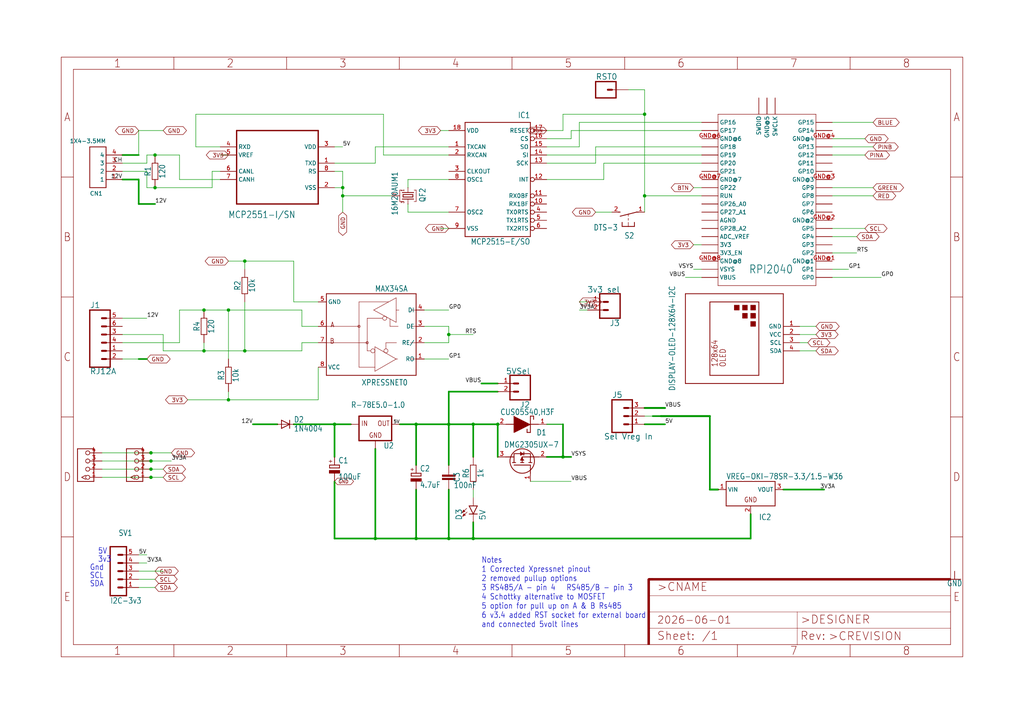
<source format=kicad_sch>
(kicad_sch (version 20230121) (generator eeschema)
  (paper "User" 318.77 224.79)
  (lib_symbols
    (symbol "PicoCanSmd31-eagle-import:16M20AUM1"
      (property "Reference" "QF" (at 2.54 1.016 0))
      (symbol "16M20AUM1_1_0"
        (text "1" (at -2.159 -1.143 0) (effects (font (size 0.8636 0.734)) (justify left bottom)))
        (text "2" (at -1.016 -3.683 0) (effects (font (size 0.8636 0.734)) (justify left bottom)))
        (text "3" (at 1.524 -1.143 0) (effects (font (size 0.8636 0.734)) (justify left bottom)))
        (pin passive line (at -2.54 0 0) (length 0) (name "1") (number "1"))
        (pin passive line (at 0 -5.08 90) (length 2.54) (name "2") (number "2"))
        (pin passive line (at 2.54 0 270) (length 0) (name "3") (number "3"))
      )
    )
    (symbol "PicoCanSmd31-eagle-import:1N4004"
      (property "Reference" "D" (at 2.54 0.4826 0))
      (symbol "1N4004_1_0"
        (pin passive line (at -2.54 0 0) (length 2.54) (name "A") (number "A"))
        (pin passive line (at 2.54 0 180) (length 2.54) (name "C") (number "C"))
      )
    )
    (symbol "PicoCanSmd31-eagle-import:1X4-3.5MM"
      (property "Reference" "CN" (at 5.08 7.62 0))
      (symbol "1X4-3.5MM_1_0"
        (pin bidirectional line (at -5.08 2.54 0) (length 5.08) (name "1") (number "1"))
        (pin bidirectional line (at -5.08 0 0) (length 5.08) (name "2") (number "2"))
        (pin bidirectional line (at -5.08 -2.54 0) (length 5.08) (name "3") (number "3"))
        (pin bidirectional line (at -5.08 -5.08 0) (length 5.08) (name "4") (number "4"))
      )
    )
    (symbol "PicoCanSmd31-eagle-import:C-EU025-024X044"
      (property "Reference" "C" (at 1.524 0.381 0))
      (symbol "C-EU025-024X044_1_0"
        (pin passive line (at 0 2.54 270) (length 2.54) (name "1") (number "1"))
        (pin passive line (at 0 -5.08 90) (length 2.54) (name "2") (number "2"))
      )
    )
    (symbol "PicoCanSmd31-eagle-import:CONN_01"
      (property "Reference" "J" (at -2.54 3.048 0))
      (symbol "CONN_01_1_0"
        (pin passive line (at 7.62 0 180) (length 5.08) (name "1") (number "1"))
      )
    )
    (symbol "PicoCanSmd31-eagle-import:CONN_02"
      (property "Reference" "J" (at -2.54 5.588 0))
      (symbol "CONN_02_1_0"
        (pin passive line (at 7.62 0 180) (length 5.08) (name "1") (number "1"))
        (pin passive line (at 7.62 2.54 180) (length 5.08) (name "2") (number "2"))
      )
    )
    (symbol "PicoCanSmd31-eagle-import:CONN_03"
      (property "Reference" "J" (at -2.54 5.588 0))
      (symbol "CONN_03_1_0"
        (pin passive line (at 7.62 -2.54 180) (length 5.08) (name "1") (number "1"))
        (pin passive line (at 7.62 0 180) (length 5.08) (name "2") (number "2"))
        (pin passive line (at 7.62 2.54 180) (length 5.08) (name "3") (number "3"))
      )
    )
    (symbol "PicoCanSmd31-eagle-import:CPOL-EUE5-8.5"
      (property "Reference" "C" (at 1.143 0.4826 0))
      (symbol "CPOL-EUE5-8.5_1_0"
        (text "+" (at -0.5842 0.4064 900) (effects (font (size 1.27 1.0795)) (justify left bottom)))
        (pin passive line (at 0 2.54 270) (length 2.54) (name "+") (number "+"))
        (pin passive line (at 0 -5.08 90) (length 2.54) (name "-") (number "-"))
      )
    )
    (symbol "PicoCanSmd31-eagle-import:CUS05S40,H3F"
      (property "Reference" "D" (at 12.7 8.89 0))
      (symbol "CUS05S40,H3F_1_0"
        (pin bidirectional line (at 2.54 0 0) (length 2.54) (name "K") (number "1"))
        (pin bidirectional line (at 17.78 0 180) (length 2.54) (name "A") (number "2"))
      )
    )
    (symbol "PicoCanSmd31-eagle-import:DISPLAY-OLED-128X64-I2C"
      (symbol "DISPLAY-OLED-128X64-I2C_1_0"
        (text "128x64" (at 7.62 -5.08 0) (effects (font (size 1.778 1.5113)) (justify right bottom)))
        (text "OLED" (at 7.62 -2.54 0) (effects (font (size 1.778 1.5113)) (justify right bottom)))
        (pin power_in line (at -5.08 20.32 270) (length 5.08) (name "GND") (number "1"))
        (pin power_in line (at -2.54 20.32 270) (length 5.08) (name "VCC") (number "2"))
        (pin bidirectional line (at 0 20.32 270) (length 5.08) (name "SCL") (number "3"))
        (pin bidirectional line (at 2.54 20.32 270) (length 5.08) (name "SDA") (number "4"))
      )
    )
    (symbol "PicoCanSmd31-eagle-import:DMG2305UX-7"
      (property "Reference" "Q" (at 11.43 3.81 0))
      (symbol "DMG2305UX-7_1_0"
        (pin bidirectional line (at 0 0 0) (length 2.54) (name "G") (number "1"))
        (pin bidirectional line (at 7.62 -5.08 90) (length 2.54) (name "S") (number "2"))
        (pin bidirectional line (at 7.62 10.16 270) (length 2.54) (name "D") (number "3"))
      )
    )
    (symbol "PicoCanSmd31-eagle-import:DTS-3"
      (property "Reference" "S" (at -6.35 -1.905 90))
      (symbol "DTS-3_1_0"
        (pin passive line (at 0 -5.08 90) (length 2.54) (name "1") (number "1"))
        (pin passive line (at 0 5.08 270) (length 2.54) (name "2") (number "2"))
      )
    )
    (symbol "PicoCanSmd31-eagle-import:FRAME-A4L"
      (symbol "FRAME-A4L_1_0"
        (text "${#}/${##}" (at 195.58 1.27 0) (effects (font (size 2.54 2.54)) (justify left bottom)))
        (text "${CURRENT_DATE}" (at 181.61 6.35 0) (effects (font (size 2.286 2.286)) (justify left bottom)))
        (text "${PROJECTNAME}" (at 181.61 11.43 0) (effects (font (size 2.54 2.54)) (justify left bottom)))
        (text "1" (at 13.7319 -1.905 0) (effects (font (size 2.54 2.286))))
        (text "1" (at 13.7319 180.975 0) (effects (font (size 2.54 2.286))))
        (text "2" (at 48.8156 -1.905 0) (effects (font (size 2.54 2.286))))
        (text "2" (at 48.8156 180.975 0) (effects (font (size 2.54 2.286))))
        (text "3" (at 83.8994 -1.905 0) (effects (font (size 2.54 2.286))))
        (text "3" (at 83.8994 180.975 0) (effects (font (size 2.54 2.286))))
        (text "4" (at 118.9831 -1.905 0) (effects (font (size 2.54 2.286))))
        (text "4" (at 118.9831 180.975 0) (effects (font (size 2.54 2.286))))
        (text "5" (at 154.0669 -1.905 0) (effects (font (size 2.54 2.286))))
        (text "5" (at 154.0669 180.975 0) (effects (font (size 2.54 2.286))))
        (text "6" (at 189.1506 -1.905 0) (effects (font (size 2.54 2.286))))
        (text "6" (at 189.1506 180.975 0) (effects (font (size 2.54 2.286))))
        (text "7" (at 224.2344 -1.905 0) (effects (font (size 2.54 2.286))))
        (text "7" (at 224.2344 180.975 0) (effects (font (size 2.54 2.286))))
        (text "8" (at 259.3181 -1.905 0) (effects (font (size 2.54 2.286))))
        (text "8" (at 259.3181 180.975 0) (effects (font (size 2.54 2.286))))
        (text ">CNAME" (at 181.61 16.51 0) (effects (font (size 2.54 2.54)) (justify left bottom)))
        (text ">CREVISION" (at 234.92 1.17 0) (effects (font (size 2.54 2.54)) (justify left bottom)))
        (text ">DESIGNER" (at 226.26 6.35 0) (effects (font (size 2.54 2.54)) (justify left bottom)))
        (text "A" (at -1.905 164.211 0) (effects (font (size 2.54 2.286))))
        (text "A" (at 274.955 164.211 0) (effects (font (size 2.54 2.286))))
        (text "B" (at -1.905 126.873 0) (effects (font (size 2.54 2.286))))
        (text "B" (at 274.955 126.873 0) (effects (font (size 2.54 2.286))))
        (text "C" (at -1.905 89.535 0) (effects (font (size 2.54 2.286))))
        (text "C" (at 274.955 89.535 0) (effects (font (size 2.54 2.286))))
        (text "D" (at -1.905 52.197 0) (effects (font (size 2.54 2.286))))
        (text "D" (at 274.955 52.197 0) (effects (font (size 2.54 2.286))))
        (text "E" (at -1.905 14.859 0) (effects (font (size 2.54 2.286))))
        (text "E" (at 274.955 14.859 0) (effects (font (size 2.54 2.286))))
        (text "Rev:" (at 226.16 1.27 0) (effects (font (size 2.54 2.54)) (justify left bottom)))
        (text "Sheet:" (at 181.61 1.27 0) (effects (font (size 2.54 2.54)) (justify left bottom)))
      )
    )
    (symbol "PicoCanSmd31-eagle-import:GND" (power)
      (property "Value" "GND" (at 0 -0.254 0))
      (symbol "GND_1_0"
        (pin power_in line (at 0 2.54 270) (length 2.54) (name "GND") (number "1"))
      )
    )
    (symbol "PicoCanSmd31-eagle-import:GROVE-CONNECTOR-DIP(4P-2.0)"
      (symbol "GROVE-CONNECTOR-DIP(4P-2.0)_1_0"
        (pin bidirectional inverted_clock (at -3.81 3.81 0) (length 5.08) (name "1") (number "1"))
        (pin bidirectional inverted (at -3.81 1.27 0) (length 5.08) (name "2") (number "2"))
        (pin bidirectional inverted (at -3.81 -1.27 0) (length 5.08) (name "3") (number "3"))
        (pin bidirectional inverted (at -3.81 -3.81 0) (length 5.08) (name "4") (number "4"))
      )
    )
    (symbol "PicoCanSmd31-eagle-import:LED3MM"
      (property "Reference" "D" (at -3.429 -4.572 90))
      (symbol "LED3MM_1_0"
        (pin passive line (at 0 2.54 270) (length 2.54) (name "A") (number "A"))
        (pin passive line (at 0 -5.08 90) (length 2.54) (name "C") (number "K"))
      )
    )
    (symbol "PicoCanSmd31-eagle-import:MA05-1"
      (property "Reference" "SV" (at -1.27 8.382 0))
      (symbol "MA05-1_1_0"
        (pin passive line (at 7.62 -5.08 180) (length 5.08) (name "1") (number "1"))
        (pin passive line (at 7.62 -2.54 180) (length 5.08) (name "2") (number "2"))
        (pin passive line (at 7.62 0 180) (length 5.08) (name "3") (number "3"))
        (pin passive line (at 7.62 2.54 180) (length 5.08) (name "4") (number "4"))
        (pin passive line (at 7.62 5.08 180) (length 5.08) (name "5") (number "5"))
      )
    )
    (symbol "PicoCanSmd31-eagle-import:MAX34SA"
      (property "Reference" "IC" (at -7.62 16.51 0))
      (symbol "MAX34SA_1_0"
        (text "A" (at 15.24 0.381 0) (effects (font (size 1.524 1.2954)) (justify left bottom)))
        (text "B" (at 15.24 5.461 0) (effects (font (size 1.524 1.2954)) (justify left bottom)))
        (pin output line (at -12.7 10.16 0) (length 2.54) (name "RO") (number "1"))
        (pin input line (at -12.7 5.08 0) (length 2.54) (name "RE/") (number "2"))
        (pin input line (at -12.7 0 0) (length 2.54) (name "DE") (number "3"))
        (pin input line (at -12.7 -5.08 0) (length 2.54) (name "DI") (number "4"))
        (pin power_in line (at 20.32 -7.62 180) (length 2.54) (name "GND") (number "5"))
        (pin passive line (at 20.32 0 180) (length 2.54) (name "A") (number "6"))
        (pin passive line (at 20.32 5.08 180) (length 2.54) (name "B") (number "7"))
        (pin power_in line (at 20.32 12.7 180) (length 2.54) (name "VCC") (number "8"))
      )
    )
    (symbol "PicoCanSmd31-eagle-import:MCP2515-E/SO"
      (property "Reference" "IC" (at -10.16 19.05 0))
      (symbol "MCP2515-E/SO_1_0"
        (pin output line (at 15.24 10.16 180) (length 5.08) (name "TXCAN") (number "1"))
        (pin output inverted (at -15.24 -7.62 0) (length 5.08) (name "RX1BF") (number "10"))
        (pin output inverted (at -15.24 -5.08 0) (length 5.08) (name "RX0BF") (number "11"))
        (pin output inverted (at -15.24 0 0) (length 5.08) (name "INT") (number "12"))
        (pin input line (at -15.24 5.08 0) (length 5.08) (name "SCK") (number "13"))
        (pin input line (at -15.24 7.62 0) (length 5.08) (name "SI") (number "14"))
        (pin output line (at -15.24 10.16 0) (length 5.08) (name "SO") (number "15"))
        (pin input inverted (at -15.24 12.7 0) (length 5.08) (name "CS") (number "16"))
        (pin input inverted (at -15.24 15.24 0) (length 5.08) (name "RESET") (number "17"))
        (pin power_in line (at 15.24 15.24 180) (length 5.08) (name "VDD") (number "18"))
        (pin input line (at 15.24 7.62 180) (length 5.08) (name "RXCAN") (number "2"))
        (pin output line (at 15.24 2.54 180) (length 5.08) (name "CLKOUT") (number "3"))
        (pin input inverted (at -15.24 -10.16 0) (length 5.08) (name "TX0RTS") (number "4"))
        (pin input inverted (at -15.24 -12.7 0) (length 5.08) (name "TX1RTS") (number "5"))
        (pin input inverted (at -15.24 -15.24 0) (length 5.08) (name "TX2RTS") (number "6"))
        (pin output line (at 15.24 -10.16 180) (length 5.08) (name "OSC2") (number "7"))
        (pin input line (at 15.24 0 180) (length 5.08) (name "OSC1") (number "8"))
        (pin power_in line (at 15.24 -15.24 180) (length 5.08) (name "VSS") (number "9"))
      )
    )
    (symbol "PicoCanSmd31-eagle-import:MCP2551-I/SN"
      (symbol "MCP2551-I/SN_1_0"
        (pin input line (at -17.78 -2.54 0) (length 5.08) (name "TXD") (number "1"))
        (pin passive line (at -17.78 -10.16 0) (length 5.08) (name "VSS") (number "2"))
        (pin power_in line (at -17.78 2.54 0) (length 5.08) (name "VDD") (number "3"))
        (pin output line (at 17.78 2.54 180) (length 5.08) (name "RXD") (number "4"))
        (pin output line (at 17.78 0 180) (length 5.08) (name "VREF") (number "5"))
        (pin bidirectional line (at 17.78 -5.08 180) (length 5.08) (name "CANL") (number "6"))
        (pin bidirectional line (at 17.78 -7.62 180) (length 5.08) (name "CANH") (number "7"))
        (pin input line (at -17.78 -5.08 0) (length 5.08) (name "RS") (number "8"))
      )
    )
    (symbol "PicoCanSmd31-eagle-import:R-78E5.0-1.0"
      (property "Reference" "U" (at 2.54 -7.62 0))
      (symbol "R-78E5.0-1.0_1_0"
        (text "GND" (at -2.032 -4.318 0) (effects (font (size 1.524 1.2954)) (justify left bottom)))
        (text "IN" (at -4.445 -0.635 0) (effects (font (size 1.524 1.2954)) (justify left bottom)))
        (text "OUT" (at 0.635 -0.635 0) (effects (font (size 1.524 1.2954)) (justify left bottom)))
        (pin input line (at 0 -7.62 90) (length 2.54) (name "GND") (number "GND"))
        (pin input line (at -7.62 0 0) (length 2.54) (name "IN") (number "VIN"))
        (pin passive line (at 7.62 0 180) (length 2.54) (name "OUT") (number "VOUT"))
      )
    )
    (symbol "PicoCanSmd31-eagle-import:RESISTOR-1206"
      (property "Reference" "R" (at 0 1.27 0))
      (symbol "RESISTOR-1206_1_0"
        (pin passive line (at -5.08 0 0) (length 2.54) (name "1") (number "1"))
        (pin passive line (at 5.08 0 180) (length 2.54) (name "2") (number "2"))
      )
    )
    (symbol "PicoCanSmd31-eagle-import:RJ12A"
      (property "Reference" "J" (at -5.08 10.668 0))
      (symbol "RJ12A_1_0"
        (pin passive line (at 5.08 -2.54 180) (length 5.08) (name "2") (number "1"))
        (pin passive line (at 5.08 -5.08 180) (length 5.08) (name "1") (number "2"))
        (pin passive line (at 5.08 2.54 180) (length 5.08) (name "4") (number "3"))
        (pin passive line (at 5.08 0 180) (length 5.08) (name "3") (number "4"))
        (pin passive line (at 5.08 7.62 180) (length 5.08) (name "5") (number "5"))
        (pin passive line (at 5.08 5.08 180) (length 5.08) (name "6") (number "6"))
      )
    )
    (symbol "PicoCanSmd31-eagle-import:RPI_PICO_IG-TH"
      (property "Reference" "X" (at 0 30.48 0))
      (symbol "RPI_PICO_IG-TH_1_0"
        (pin bidirectional line (at 20.32 15.24 180) (length 5.08) (name "3V3") (number "3V3"))
        (pin bidirectional line (at 20.32 17.78 180) (length 5.08) (name "3V3_EN") (number "3V3_EN"))
        (pin bidirectional line (at 20.32 12.7 180) (length 5.08) (name "ADC_VREF") (number "ADC_VREF"))
        (pin bidirectional line (at 20.32 7.62 180) (length 5.08) (name "AGND") (number "AGND"))
        (pin bidirectional line (at -20.32 20.32 0) (length 5.08) (name "GND@1") (number "GND@1"))
        (pin bidirectional line (at -20.32 7.62 0) (length 5.08) (name "GND@2") (number "GND@2"))
        (pin bidirectional line (at -20.32 -5.08 0) (length 5.08) (name "GND@3") (number "GND@3"))
        (pin bidirectional line (at -20.32 -17.78 0) (length 5.08) (name "GND@4") (number "GND@4"))
        (pin bidirectional line (at 0 -30.48 90) (length 5.08) (name "GND@5") (number "GND@5"))
        (pin bidirectional line (at 20.32 -17.78 180) (length 5.08) (name "GND@6") (number "GND@6"))
        (pin bidirectional line (at 20.32 -5.08 180) (length 5.08) (name "GND@7") (number "GND@7"))
        (pin bidirectional line (at 20.32 20.32 180) (length 5.08) (name "GND@8") (number "GND@8"))
        (pin bidirectional line (at -20.32 25.4 0) (length 5.08) (name "GP0") (number "GP0"))
        (pin bidirectional line (at -20.32 22.86 0) (length 5.08) (name "GP1") (number "GP1"))
        (pin bidirectional line (at -20.32 -7.62 0) (length 5.08) (name "GP10") (number "GP10"))
        (pin bidirectional line (at -20.32 -10.16 0) (length 5.08) (name "GP11") (number "GP11"))
        (pin bidirectional line (at -20.32 -12.7 0) (length 5.08) (name "GP12") (number "GP12"))
        (pin bidirectional line (at -20.32 -15.24 0) (length 5.08) (name "GP13") (number "GP13"))
        (pin bidirectional line (at -20.32 -20.32 0) (length 5.08) (name "GP14") (number "GP14"))
        (pin bidirectional line (at -20.32 -22.86 0) (length 5.08) (name "GP15") (number "GP15"))
        (pin bidirectional line (at 20.32 -22.86 180) (length 5.08) (name "GP16") (number "GP16"))
        (pin bidirectional line (at 20.32 -20.32 180) (length 5.08) (name "GP17") (number "GP17"))
        (pin bidirectional line (at 20.32 -15.24 180) (length 5.08) (name "GP18") (number "GP18"))
        (pin bidirectional line (at 20.32 -12.7 180) (length 5.08) (name "GP19") (number "GP19"))
        (pin bidirectional line (at -20.32 17.78 0) (length 5.08) (name "GP2") (number "GP2"))
        (pin bidirectional line (at 20.32 -10.16 180) (length 5.08) (name "GP20") (number "GP20"))
        (pin bidirectional line (at 20.32 -7.62 180) (length 5.08) (name "GP21") (number "GP21"))
        (pin bidirectional line (at 20.32 -2.54 180) (length 5.08) (name "GP22") (number "GP22"))
        (pin bidirectional line (at 20.32 2.54 180) (length 5.08) (name "GP26_A0") (number "GP26_A0"))
        (pin bidirectional line (at 20.32 5.08 180) (length 5.08) (name "GP27_A1") (number "GP27_A1"))
        (pin bidirectional line (at 20.32 10.16 180) (length 5.08) (name "GP28_A2") (number "GP28_A2"))
        (pin bidirectional line (at -20.32 15.24 0) (length 5.08) (name "GP3") (number "GP3"))
        (pin bidirectional line (at -20.32 12.7 0) (length 5.08) (name "GP4") (number "GP4"))
        (pin bidirectional line (at -20.32 10.16 0) (length 5.08) (name "GP5") (number "GP5"))
        (pin bidirectional line (at -20.32 5.08 0) (length 5.08) (name "GP6") (number "GP6"))
        (pin bidirectional line (at -20.32 2.54 0) (length 5.08) (name "GP7") (number "GP7"))
        (pin bidirectional line (at -20.32 0 0) (length 5.08) (name "GP8") (number "GP8"))
        (pin bidirectional line (at -20.32 -2.54 0) (length 5.08) (name "GP9") (number "GP9"))
        (pin bidirectional line (at 20.32 0 180) (length 5.08) (name "RUN") (number "RUN"))
        (pin bidirectional line (at -2.54 -30.48 90) (length 5.08) (name "SWCLK") (number "SWCLK"))
        (pin bidirectional line (at 2.54 -30.48 90) (length 5.08) (name "SWDIO") (number "SWDIO"))
        (pin bidirectional line (at 20.32 25.4 180) (length 5.08) (name "VBUS") (number "VBUS"))
        (pin bidirectional line (at 20.32 22.86 180) (length 5.08) (name "VSYS") (number "VSYS"))
      )
    )
    (symbol "PicoCanSmd31-eagle-import:VREG-OKI-78SR-3.3/1.5-W36"
      (property "Reference" "IC" (at -7.62 7.62 0))
      (symbol "VREG-OKI-78SR-3.3/1.5-W36_1_0"
        (text "GND" (at 0 -4.064 0) (effects (font (size 1.524 1.2954)) (justify bottom)))
        (pin power_in line (at -10.16 0 0) (length 2.54) (name "VIN") (number "1"))
        (pin power_in line (at 0 -7.62 90) (length 2.54) (name "GND") (number "2"))
        (pin power_in line (at 10.16 0 180) (length 2.54) (name "VOUT") (number "3"))
      )
    )
  )
  (junction (at 129.54 167.64))
  (junction (at 63.5 109.22))
  (junction (at 200.66 60.96))
  (junction (at 46.99 146.05))
  (junction (at 139.7 104.14))
  (junction (at 104.14 132.08))
  (junction (at 76.2 109.22))
  (junction (at 106.68 58.42))
  (junction (at 71.12 124.46))
  (junction (at 116.84 167.64))
  (junction (at 106.68 60.96))
  (junction (at 46.99 140.97))
  (junction (at 71.12 96.52))
  (junction (at 147.32 167.64))
  (junction (at 175.26 142.24))
  (junction (at 48.26 48.26))
  (junction (at 48.26 58.42))
  (junction (at 139.7 167.64))
  (junction (at 129.54 132.08))
  (junction (at 147.32 132.08))
  (junction (at 154.94 132.08))
  (junction (at 200.66 35.56))
  (junction (at 63.5 96.52))
  (junction (at 76.2 81.28))
  (junction (at 46.99 143.51))
  (junction (at 46.99 148.59))
  (junction (at 139.7 132.08))
  (wire (pts (xy 139.7 144.78) (xy 139.7 132.08)) (stroke (width 0.508)))
  (wire (pts (xy 182.88 93.98) (xy 180.34 93.98)) (stroke (width 0.1524)))
  (wire (pts (xy 259.08 71.12) (xy 269.24 71.12)) (stroke (width 0.1524)))
  (wire (pts (xy 127 58.42) (xy 127 55.88)) (stroke (width 0.1524)))
  (wire (pts (xy 43.18 55.88) (xy 43.18 63.5)) (stroke (width 0.508)))
  (wire (pts (xy 218.44 76.2) (xy 215.9 76.2)) (stroke (width 0.1524)))
  (wire (pts (xy 259.08 48.26) (xy 269.24 48.26)) (stroke (width 0.1524)))
  (wire (pts (xy 154.94 132.08) (xy 154.94 142.24)) (stroke (width 0.508)))
  (wire (pts (xy 200.66 35.56) (xy 200.66 60.96)) (stroke (width 0.1524)))
  (wire (pts (xy 139.7 101.6) (xy 139.7 104.14)) (stroke (width 0.1524)))
  (wire (pts (xy 63.5 96.52) (xy 55.88 96.52)) (stroke (width 0.1524)))
  (wire (pts (xy 175.26 35.56) (xy 200.66 35.56)) (stroke (width 0.1524)))
  (wire (pts (xy 147.32 152.4) (xy 147.32 154.94)) (stroke (width 0.1524)))
  (wire (pts (xy 43.18 63.5) (xy 48.26 63.5)) (stroke (width 0.508)))
  (wire (pts (xy 200.66 27.94) (xy 200.66 35.56)) (stroke (width 0.1524)))
  (wire (pts (xy 127 55.88) (xy 139.7 55.88)) (stroke (width 0.1524)))
  (wire (pts (xy 200.66 129.54) (xy 203.2 129.54)) (stroke (width 0.1524)))
  (wire (pts (xy 170.18 40.64) (xy 175.26 40.64)) (stroke (width 0.1524)))
  (wire (pts (xy 139.7 71.12) (xy 137.16 71.12)) (stroke (width 0.1524)))
  (wire (pts (xy 259.08 43.18) (xy 269.24 43.18)) (stroke (width 0.1524)))
  (wire (pts (xy 175.26 132.08) (xy 175.26 142.24)) (stroke (width 0.508)))
  (wire (pts (xy 124.46 132.08) (xy 129.54 132.08)) (stroke (width 0.508)))
  (wire (pts (xy 43.18 175.26) (xy 45.72 175.26)) (stroke (width 0.1524)))
  (wire (pts (xy 139.7 104.14) (xy 139.7 106.68)) (stroke (width 0.1524)))
  (wire (pts (xy 104.14 45.72) (xy 106.68 45.72)) (stroke (width 0.1524)))
  (wire (pts (xy 99.06 93.98) (xy 91.44 93.98)) (stroke (width 0.1524)))
  (wire (pts (xy 170.18 50.8) (xy 185.42 50.8)) (stroke (width 0.1524)))
  (wire (pts (xy 139.7 152.4) (xy 139.7 167.64)) (stroke (width 0.508)))
  (wire (pts (xy 91.44 132.08) (xy 104.14 132.08)) (stroke (width 0.508)))
  (wire (pts (xy 38.1 55.88) (xy 43.18 55.88)) (stroke (width 0.508)))
  (wire (pts (xy 46.99 148.59) (xy 31.75 148.59)) (stroke (width 0.1524)))
  (wire (pts (xy 119.38 48.26) (xy 139.7 48.26)) (stroke (width 0.1524)))
  (wire (pts (xy 180.34 38.1) (xy 218.44 38.1)) (stroke (width 0.1524)))
  (wire (pts (xy 147.32 167.64) (xy 233.68 167.64)) (stroke (width 0.508)))
  (wire (pts (xy 200.66 60.96) (xy 218.44 60.96)) (stroke (width 0.1524)))
  (wire (pts (xy 170.18 48.26) (xy 218.44 48.26)) (stroke (width 0.1524)))
  (wire (pts (xy 99.06 114.3) (xy 99.06 124.46)) (stroke (width 0.1524)))
  (wire (pts (xy 104.14 132.08) (xy 109.22 132.08)) (stroke (width 0.508)))
  (wire (pts (xy 127 63.5) (xy 127 66.04)) (stroke (width 0.1524)))
  (wire (pts (xy 46.99 143.51) (xy 31.75 143.51)) (stroke (width 0.1524)))
  (wire (pts (xy 259.08 58.42) (xy 271.78 58.42)) (stroke (width 0.1524)))
  (wire (pts (xy 187.96 55.88) (xy 187.96 50.8)) (stroke (width 0.1524)))
  (wire (pts (xy 259.08 86.36) (xy 274.32 86.36)) (stroke (width 0.1524)))
  (wire (pts (xy 139.7 167.64) (xy 129.54 167.64)) (stroke (width 0.508)))
  (wire (pts (xy 243.84 152.4) (xy 256.54 152.4)) (stroke (width 0.508)))
  (wire (pts (xy 48.26 58.42) (xy 66.04 58.42)) (stroke (width 0.1524)))
  (wire (pts (xy 248.92 101.6) (xy 254 101.6)) (stroke (width 0.1524)))
  (wire (pts (xy 147.32 104.14) (xy 139.7 104.14)) (stroke (width 0.1524)))
  (wire (pts (xy 154.94 121.92) (xy 139.7 121.92)) (stroke (width 0.508)))
  (wire (pts (xy 60.96 35.56) (xy 119.38 35.56)) (stroke (width 0.1524)))
  (wire (pts (xy 165.1 149.86) (xy 177.8 149.86)) (stroke (width 0.1524)))
  (wire (pts (xy 106.68 58.42) (xy 104.14 58.42)) (stroke (width 0.1524)))
  (wire (pts (xy 76.2 109.22) (xy 93.98 109.22)) (stroke (width 0.1524)))
  (wire (pts (xy 170.18 55.88) (xy 187.96 55.88)) (stroke (width 0.1524)))
  (wire (pts (xy 55.88 48.26) (xy 48.26 48.26)) (stroke (width 0.1524)))
  (wire (pts (xy 46.99 146.05) (xy 31.75 146.05)) (stroke (width 0.1524)))
  (wire (pts (xy 50.8 104.14) (xy 38.1 104.14)) (stroke (width 0.1524)))
  (wire (pts (xy 185.42 45.72) (xy 218.44 45.72)) (stroke (width 0.1524)))
  (wire (pts (xy 43.18 111.76) (xy 45.72 111.76)) (stroke (width 0.508)))
  (wire (pts (xy 104.14 142.24) (xy 104.14 132.08)) (stroke (width 0.508)))
  (wire (pts (xy 177.8 43.18) (xy 177.8 40.64)) (stroke (width 0.1524)))
  (wire (pts (xy 187.96 50.8) (xy 218.44 50.8)) (stroke (width 0.1524)))
  (wire (pts (xy 259.08 78.74) (xy 266.7 78.74)) (stroke (width 0.1524)))
  (wire (pts (xy 78.74 132.08) (xy 86.36 132.08)) (stroke (width 0.508)))
  (wire (pts (xy 45.72 50.8) (xy 45.72 48.26)) (stroke (width 0.1524)))
  (wire (pts (xy 248.92 109.22) (xy 254 109.22)) (stroke (width 0.1524)))
  (wire (pts (xy 71.12 111.76) (xy 71.12 96.52)) (stroke (width 0.1524)))
  (wire (pts (xy 119.38 35.56) (xy 119.38 48.26)) (stroke (width 0.1524)))
  (wire (pts (xy 46.99 143.51) (xy 53.34 143.51)) (stroke (width 0.1524)))
  (wire (pts (xy 106.68 53.34) (xy 104.14 53.34)) (stroke (width 0.1524)))
  (wire (pts (xy 218.44 58.42) (xy 215.9 58.42)) (stroke (width 0.1524)))
  (wire (pts (xy 106.68 60.96) (xy 106.68 58.42)) (stroke (width 0.1524)))
  (wire (pts (xy 43.18 177.8) (xy 50.8 177.8)) (stroke (width 0.1524)))
  (wire (pts (xy 66.04 58.42) (xy 66.04 53.34)) (stroke (width 0.1524)))
  (wire (pts (xy 147.32 162.56) (xy 147.32 167.64)) (stroke (width 0.508)))
  (wire (pts (xy 127 66.04) (xy 139.7 66.04)) (stroke (width 0.1524)))
  (wire (pts (xy 43.18 172.72) (xy 45.72 172.72)) (stroke (width 0.1524)))
  (wire (pts (xy 170.18 45.72) (xy 180.34 45.72)) (stroke (width 0.1524)))
  (wire (pts (xy 190.5 66.04) (xy 185.42 66.04)) (stroke (width 0.1524)))
  (wire (pts (xy 132.08 101.6) (xy 139.7 101.6)) (stroke (width 0.1524)))
  (wire (pts (xy 60.96 45.72) (xy 60.96 35.56)) (stroke (width 0.1524)))
  (wire (pts (xy 185.42 50.8) (xy 185.42 45.72)) (stroke (width 0.1524)))
  (wire (pts (xy 147.32 132.08) (xy 154.94 132.08)) (stroke (width 0.508)))
  (wire (pts (xy 93.98 106.68) (xy 99.06 106.68)) (stroke (width 0.1524)))
  (wire (pts (xy 259.08 60.96) (xy 271.78 60.96)) (stroke (width 0.1524)))
  (wire (pts (xy 205.74 129.54) (xy 220.98 129.54)) (stroke (width 0.6096)))
  (wire (pts (xy 220.98 129.54) (xy 220.98 152.4)) (stroke (width 0.508)))
  (wire (pts (xy 175.26 40.64) (xy 175.26 35.56)) (stroke (width 0.1524)))
  (wire (pts (xy 177.8 40.64) (xy 218.44 40.64)) (stroke (width 0.1524)))
  (wire (pts (xy 139.7 106.68) (xy 132.08 106.68)) (stroke (width 0.1524)))
  (wire (pts (xy 93.98 96.52) (xy 71.12 96.52)) (stroke (width 0.1524)))
  (wire (pts (xy 147.32 167.64) (xy 139.7 167.64)) (stroke (width 0.508)))
  (wire (pts (xy 43.18 48.26) (xy 43.18 40.64)) (stroke (width 0.1524)))
  (wire (pts (xy 170.18 132.08) (xy 175.26 132.08)) (stroke (width 0.3048)))
  (wire (pts (xy 200.66 60.96) (xy 200.66 66.04)) (stroke (width 0.1524)))
  (wire (pts (xy 259.08 83.82) (xy 264.16 83.82)) (stroke (width 0.1524)))
  (wire (pts (xy 38.1 48.26) (xy 43.18 48.26)) (stroke (width 0.508)))
  (wire (pts (xy 154.94 119.38) (xy 149.86 119.38)) (stroke (width 0.508)))
  (wire (pts (xy 43.18 40.64) (xy 50.8 40.64)) (stroke (width 0.1524)))
  (wire (pts (xy 55.88 106.68) (xy 38.1 106.68)) (stroke (width 0.1524)))
  (wire (pts (xy 139.7 121.92) (xy 139.7 132.08)) (stroke (width 0.508)))
  (wire (pts (xy 248.92 106.68) (xy 251.46 106.68)) (stroke (width 0.1524)))
  (wire (pts (xy 259.08 73.66) (xy 266.7 73.66)) (stroke (width 0.1524)))
  (wire (pts (xy 55.88 55.88) (xy 68.58 55.88)) (stroke (width 0.1524)))
  (wire (pts (xy 203.2 129.54) (xy 205.74 129.54)) (stroke (width 0.508)))
  (wire (pts (xy 180.34 45.72) (xy 180.34 38.1)) (stroke (width 0.1524)))
  (wire (pts (xy 46.99 140.97) (xy 31.75 140.97)) (stroke (width 0.1524)))
  (wire (pts (xy 116.84 167.64) (xy 104.14 167.64)) (stroke (width 0.508)))
  (wire (pts (xy 38.1 99.06) (xy 45.72 99.06)) (stroke (width 0.1524)))
  (wire (pts (xy 68.58 45.72) (xy 60.96 45.72)) (stroke (width 0.1524)))
  (wire (pts (xy 106.68 53.34) (xy 106.68 58.42)) (stroke (width 0.1524)))
  (wire (pts (xy 93.98 109.22) (xy 93.98 106.68)) (stroke (width 0.1524)))
  (wire (pts (xy 104.14 50.8) (xy 116.84 50.8)) (stroke (width 0.1524)))
  (wire (pts (xy 38.1 50.8) (xy 45.72 50.8)) (stroke (width 0.1524)))
  (wire (pts (xy 93.98 101.6) (xy 93.98 96.52)) (stroke (width 0.1524)))
  (wire (pts (xy 106.68 60.96) (xy 106.68 66.04)) (stroke (width 0.1524)))
  (wire (pts (xy 43.18 180.34) (xy 48.26 180.34)) (stroke (width 0.1524)))
  (wire (pts (xy 46.99 148.59) (xy 50.8 148.59)) (stroke (width 0.1524)))
  (wire (pts (xy 45.72 53.34) (xy 45.72 58.42)) (stroke (width 0.1524)))
  (wire (pts (xy 76.2 81.28) (xy 71.12 81.28)) (stroke (width 0.1524)))
  (wire (pts (xy 45.72 48.26) (xy 48.26 48.26)) (stroke (width 0.1524)))
  (wire (pts (xy 71.12 96.52) (xy 63.5 96.52)) (stroke (width 0.1524)))
  (wire (pts (xy 46.99 146.05) (xy 50.8 146.05)) (stroke (width 0.1524)))
  (wire (pts (xy 129.54 144.78) (xy 129.54 132.08)) (stroke (width 0.508)))
  (wire (pts (xy 147.32 142.24) (xy 147.32 132.08)) (stroke (width 0.508)))
  (wire (pts (xy 99.06 124.46) (xy 71.12 124.46)) (stroke (width 0.1524)))
  (wire (pts (xy 200.66 127) (xy 207.01 127)) (stroke (width 0.6096)))
  (wire (pts (xy 99.06 101.6) (xy 93.98 101.6)) (stroke (width 0.1524)))
  (wire (pts (xy 132.08 111.76) (xy 139.7 111.76)) (stroke (width 0.1524)))
  (wire (pts (xy 220.98 152.4) (xy 223.52 152.4)) (stroke (width 0.6096)))
  (wire (pts (xy 129.54 167.64) (xy 116.84 167.64)) (stroke (width 0.508)))
  (wire (pts (xy 91.44 81.28) (xy 76.2 81.28)) (stroke (width 0.1524)))
  (wire (pts (xy 50.8 109.22) (xy 50.8 104.14)) (stroke (width 0.1524)))
  (wire (pts (xy 170.18 43.18) (xy 177.8 43.18)) (stroke (width 0.1524)))
  (wire (pts (xy 218.44 86.36) (xy 213.36 86.36)) (stroke (width 0.1524)))
  (wire (pts (xy 248.92 104.14) (xy 254 104.14)) (stroke (width 0.1524)))
  (wire (pts (xy 170.18 142.24) (xy 175.26 142.24)) (stroke (width 0.508)))
  (wire (pts (xy 175.26 142.24) (xy 177.8 142.24)) (stroke (width 0.508)))
  (wire (pts (xy 38.1 111.76) (xy 43.18 111.76)) (stroke (width 0.1524)))
  (wire (pts (xy 139.7 40.64) (xy 137.16 40.64)) (stroke (width 0.1524)))
  (wire (pts (xy 132.08 96.52) (xy 139.7 96.52)) (stroke (width 0.1524)))
  (wire (pts (xy 116.84 50.8) (xy 116.84 45.72)) (stroke (width 0.1524)))
  (wire (pts (xy 43.18 182.88) (xy 48.26 182.88)) (stroke (width 0.1524)))
  (wire (pts (xy 63.5 106.68) (xy 63.5 109.22)) (stroke (width 0.1524)))
  (wire (pts (xy 38.1 53.34) (xy 45.72 53.34)) (stroke (width 0.1524)))
  (wire (pts (xy 76.2 93.98) (xy 76.2 109.22)) (stroke (width 0.1524)))
  (wire (pts (xy 46.99 140.97) (xy 53.34 140.97)) (stroke (width 0.1524)))
  (wire (pts (xy 259.08 38.1) (xy 271.78 38.1)) (stroke (width 0.1524)))
  (wire (pts (xy 129.54 152.4) (xy 129.54 167.64)) (stroke (width 0.508)))
  (wire (pts (xy 63.5 109.22) (xy 76.2 109.22)) (stroke (width 0.1524)))
  (wire (pts (xy 147.32 132.08) (xy 139.7 132.08)) (stroke (width 0.508)))
  (wire (pts (xy 182.88 96.52) (xy 180.34 96.52)) (stroke (width 0.1524)))
  (wire (pts (xy 50.8 109.22) (xy 63.5 109.22)) (stroke (width 0.1524)))
  (wire (pts (xy 121.92 60.96) (xy 106.68 60.96)) (stroke (width 0.1524)))
  (wire (pts (xy 233.68 167.64) (xy 233.68 160.02)) (stroke (width 0.508)))
  (wire (pts (xy 104.14 149.86) (xy 104.14 167.64)) (stroke (width 0.508)))
  (wire (pts (xy 55.88 55.88) (xy 55.88 48.26)) (stroke (width 0.1524)))
  (wire (pts (xy 129.54 132.08) (xy 139.7 132.08)) (stroke (width 0.508)))
  (wire (pts (xy 259.08 45.72) (xy 271.78 45.72)) (stroke (width 0.1524)))
  (wire (pts (xy 200.66 132.08) (xy 207.01 132.08)) (stroke (width 0.508)))
  (wire (pts (xy 55.88 96.52) (xy 55.88 106.68)) (stroke (width 0.1524)))
  (wire (pts (xy 195.58 27.94) (xy 200.66 27.94)) (stroke (width 0.1524)))
  (wire (pts (xy 71.12 121.92) (xy 71.12 124.46)) (stroke (width 0.1524)))
  (wire (pts (xy 116.84 45.72) (xy 139.7 45.72)) (stroke (width 0.1524)))
  (wire (pts (xy 91.44 93.98) (xy 91.44 81.28)) (stroke (width 0.1524)))
  (wire (pts (xy 218.44 83.82) (xy 215.9 83.82)) (stroke (width 0.1524)))
  (wire (pts (xy 45.72 58.42) (xy 48.26 58.42)) (stroke (width 0.1524)))
  (wire (pts (xy 71.12 124.46) (xy 58.42 124.46)) (stroke (width 0.1524)))
  (wire (pts (xy 116.84 139.7) (xy 116.84 167.64)) (stroke (width 0.508)))
  (wire (pts (xy 76.2 83.82) (xy 76.2 81.28)) (stroke (width 0.1524)))
  (wire (pts (xy 68.58 48.26) (xy 71.12 48.26)) (stroke (width 0.1524)))
  (wire (pts (xy 66.04 53.34) (xy 68.58 53.34)) (stroke (width 0.1524)))
  (text "Gnd" (at 27.94 177.8 0) (effects (font (size 1.778 1.5113)) (justify left bottom)))
  (text "3v3" (at 30.48 175.26 0) (effects (font (size 1.778 1.5113)) (justify left bottom)))
  (text "Notes\n1 Corrected Xpressnet pinout\n2 removed pullup options\n3 RS485/A - pin 4   RS485/B - pin 3\n4 Schottky alternative to MOSFET\n5 option for pull up on A & B Rs485\n6 v3.4 added RST socket for external board\nand connected 5volt lines" (at 149.86 195.58 0) (effects (font (size 1.778 1.5113)) (justify left bottom)))
  (text "5V" (at 30.48 172.72 0) (effects (font (size 1.778 1.5113)) (justify left bottom)))
  (text "SDA" (at 27.94 182.88 0) (effects (font (size 1.778 1.5113)) (justify left bottom)))
  (text "SCL" (at 27.94 180.34 0) (effects (font (size 1.778 1.5113)) (justify left bottom)))
  (label "VSYS" (at 177.8 142.24 0) (effects (font (size 1.2446 1.2446))))
  (label "12V" (at 38.1 55.88 180) (effects (font (size 1.2446 1.2446))))
  (label "GP0" (at 274.32 86.36 0) (effects (font (size 1.2446 1.2446))))
  (label "CH" (at 38.1 50.8 180) (effects (font (size 1.2446 1.2446))))
  (label "12V" (at 48.26 63.5 0) (effects (font (size 1.2446 1.2446))))
  (label "GP1" (at 264.16 83.82 0) (effects (font (size 1.2446 1.2446))))
  (label "5V" (at 207.01 132.08 0) (effects (font (size 1.2446 1.2446))))
  (label "GP0" (at 139.7 96.52 0) (effects (font (size 1.2446 1.2446))))
  (label "VSYS" (at 215.9 83.82 180) (effects (font (size 1.2446 1.2446))))
  (label "12V" (at 78.74 132.08 180) (effects (font (size 1.2446 1.2446))))
  (label "12V" (at 45.72 99.06 0) (effects (font (size 1.2446 1.2446))))
  (label "3V3A" (at 45.72 175.26 0) (effects (font (size 1.2446 1.2446))))
  (label "RTS" (at 266.7 78.74 0) (effects (font (size 1.2446 1.2446))))
  (label "5V" (at 43.18 172.72 0) (effects (font (size 1.2446 1.2446))))
  (label "VBUS" (at 213.36 86.36 180) (effects (font (size 1.2446 1.2446))))
  (label "RTS" (at 144.78 104.14 0) (effects (font (size 1.2446 1.2446))))
  (label "3V3A" (at 53.34 143.51 0) (effects (font (size 1.2446 1.2446))))
  (label "GP1" (at 139.7 111.76 0) (effects (font (size 1.2446 1.2446))))
  (label "VBUS" (at 207.01 127 0) (effects (font (size 1.2446 1.2446))))
  (label "3V3A" (at 255.27 152.4 0) (effects (font (size 1.2446 1.2446))))
  (label "VBUS" (at 149.86 119.38 180) (effects (font (size 1.2446 1.2446))))
  (label "5V" (at 124.46 132.08 180) (effects (font (size 1.016 1.016))))
  (label "VBUS" (at 177.8 149.86 0) (effects (font (size 1.2446 1.2446))))
  (label "5V" (at 106.68 45.72 0) (effects (font (size 1.2446 1.2446))))
  (label "3V3A" (at 180.34 96.52 0) (effects (font (size 1.2446 1.2446))))
  (global_label "GND" (shape bidirectional) (at 139.7 71.12 180) (effects (font (size 1.2446 1.2446))) (property "Intersheetrefs" "${INTERSHEET_REFS}" (effects hide)))
  (global_label "PINB" (shape bidirectional) (at 271.78 45.72 0) (effects (font (size 1.2446 1.2446))) (property "Intersheetrefs" "${INTERSHEET_REFS}" (effects hide)))
  (global_label "BLUE" (shape bidirectional) (at 271.78 38.1 0) (effects (font (size 1.2446 1.2446))) (property "Intersheetrefs" "${INTERSHEET_REFS}" (effects hide)))
  (global_label "GND" (shape bidirectional) (at 185.42 66.04 180) (effects (font (size 1.2446 1.2446))) (property "Intersheetrefs" "${INTERSHEET_REFS}" (effects hide)))
  (global_label "SDA" (shape bidirectional) (at 254 109.22 0) (effects (font (size 1.2446 1.2446))) (property "Intersheetrefs" "${INTERSHEET_REFS}" (effects hide)))
  (global_label "RED" (shape bidirectional) (at 271.78 60.96 0) (effects (font (size 1.2446 1.2446))) (property "Intersheetrefs" "${INTERSHEET_REFS}" (effects hide)))
  (global_label "GND" (shape bidirectional) (at 269.24 43.18 0) (effects (font (size 1.2446 1.2446))) (property "Intersheetrefs" "${INTERSHEET_REFS}" (effects hide)))
  (global_label "SDA" (shape bidirectional) (at 48.26 182.88 0) (effects (font (size 1.2446 1.2446))) (property "Intersheetrefs" "${INTERSHEET_REFS}" (effects hide)))
  (global_label "GND" (shape bidirectional) (at 43.18 40.64 180) (effects (font (size 1.2446 1.2446))) (property "Intersheetrefs" "${INTERSHEET_REFS}" (effects hide)))
  (global_label "SCL" (shape bidirectional) (at 269.24 71.12 0) (effects (font (size 1.2446 1.2446))) (property "Intersheetrefs" "${INTERSHEET_REFS}" (effects hide)))
  (global_label "GND" (shape bidirectional) (at 254 101.6 0) (effects (font (size 1.2446 1.2446))) (property "Intersheetrefs" "${INTERSHEET_REFS}" (effects hide)))
  (global_label "GND" (shape bidirectional) (at 48.26 177.8 0) (effects (font (size 1.2446 1.2446))) (property "Intersheetrefs" "${INTERSHEET_REFS}" (effects hide)))
  (global_label "PINA" (shape bidirectional) (at 269.24 48.26 0) (effects (font (size 1.2446 1.2446))) (property "Intersheetrefs" "${INTERSHEET_REFS}" (effects hide)))
  (global_label "GND" (shape bidirectional) (at 53.34 140.97 0) (effects (font (size 1.2446 1.2446))) (property "Intersheetrefs" "${INTERSHEET_REFS}" (effects hide)))
  (global_label "GND" (shape bidirectional) (at 71.12 81.28 180) (effects (font (size 1.2446 1.2446))) (property "Intersheetrefs" "${INTERSHEET_REFS}" (effects hide)))
  (global_label "GND" (shape bidirectional) (at 104.14 149.86 0) (effects (font (size 1.016 1.016))) (property "Intersheetrefs" "${INTERSHEET_REFS}" (effects hide)))
  (global_label "GND" (shape bidirectional) (at 45.72 111.76 0) (effects (font (size 1.2446 1.2446))) (property "Intersheetrefs" "${INTERSHEET_REFS}" (effects hide)))
  (global_label "SCL" (shape bidirectional) (at 48.26 180.34 0) (effects (font (size 1.2446 1.2446))) (property "Intersheetrefs" "${INTERSHEET_REFS}" (effects hide)))
  (global_label "3V3" (shape bidirectional) (at 180.34 93.98 0) (effects (font (size 1.2446 1.2446))) (property "Intersheetrefs" "${INTERSHEET_REFS}" (effects hide)))
  (global_label "GREEN" (shape bidirectional) (at 271.78 58.42 0) (effects (font (size 1.2446 1.2446))) (property "Intersheetrefs" "${INTERSHEET_REFS}" (effects hide)))
  (global_label "3V3" (shape bidirectional) (at 71.12 48.26 180) (effects (font (size 1.2446 1.2446))) (property "Intersheetrefs" "${INTERSHEET_REFS}" (effects hide)))
  (global_label "SCL" (shape bidirectional) (at 251.46 106.68 0) (effects (font (size 1.2446 1.2446))) (property "Intersheetrefs" "${INTERSHEET_REFS}" (effects hide)))
  (global_label "3V3" (shape bidirectional) (at 137.16 40.64 180) (effects (font (size 1.2446 1.2446))) (property "Intersheetrefs" "${INTERSHEET_REFS}" (effects hide)))
  (global_label "GND" (shape bidirectional) (at 106.68 66.04 270) (effects (font (size 1.2446 1.2446))) (property "Intersheetrefs" "${INTERSHEET_REFS}" (effects hide)))
  (global_label "SDA" (shape bidirectional) (at 266.7 73.66 0) (effects (font (size 1.2446 1.2446))) (property "Intersheetrefs" "${INTERSHEET_REFS}" (effects hide)))
  (global_label "RUN" (shape bidirectional) (at 170.18 40.64 180) (effects (font (size 1.016 1.016))) (property "Intersheetrefs" "${INTERSHEET_REFS}" (effects hide)))
  (global_label "3V3" (shape bidirectional) (at 58.42 124.46 180) (effects (font (size 1.2446 1.2446))) (property "Intersheetrefs" "${INTERSHEET_REFS}" (effects hide)))
  (global_label "BTN" (shape bidirectional) (at 215.9 58.42 180) (effects (font (size 1.2446 1.2446))) (property "Intersheetrefs" "${INTERSHEET_REFS}" (effects hide)))
  (global_label "SCL" (shape bidirectional) (at 50.8 148.59 0) (effects (font (size 1.2446 1.2446))) (property "Intersheetrefs" "${INTERSHEET_REFS}" (effects hide)))
  (global_label "GND" (shape bidirectional) (at 50.8 40.64 0) (effects (font (size 1.2446 1.2446))) (property "Intersheetrefs" "${INTERSHEET_REFS}" (effects hide)))
  (global_label "3V3" (shape bidirectional) (at 215.9 76.2 180) (effects (font (size 1.2446 1.2446))) (property "Intersheetrefs" "${INTERSHEET_REFS}" (effects hide)))
  (global_label "SDA" (shape bidirectional) (at 50.8 146.05 0) (effects (font (size 1.2446 1.2446))) (property "Intersheetrefs" "${INTERSHEET_REFS}" (effects hide)))
  (global_label "3V3" (shape bidirectional) (at 254 104.14 0) (effects (font (size 1.2446 1.2446))) (property "Intersheetrefs" "${INTERSHEET_REFS}" (effects hide)))
  (symbol (lib_id "PicoCanSmd31-eagle-import:GROVE-CONNECTOR-DIP(4P-2.0)") (at 43.18 144.78 180) (unit 1)
    (property "Reference" "J4" (effects hide))
    (property "Value" "4P-2.0" (effects hide))
    (property "Footprint" "PicoCanSmd31:HW4-2.0" (effects hide))
  )
  (symbol (lib_id "PicoCanSmd31-eagle-import:MCP2515-E/SO") (at 154.94 55.88 0) (mirror y) (unit 1)
    (property "Reference" "IC1" (at 165.1 36.83 0) (effects (font (size 1.778 1.5113)) (justify left bottom)))
    (property "Value" "MCP2515-E/SO" (at 165.1 76.2 0) (effects (font (size 1.778 1.5113)) (justify left bottom)))
    (property "Footprint" "PicoCanSmd31:SO18L" (effects hide))
  )
  (symbol (lib_id "PicoCanSmd31-eagle-import:CPOL-EUE5-8.5") (at 129.54 147.32 0) (unit 1)
    (property "Reference" "C2" (at 130.683 146.8374 0) (effects (font (size 1.778 1.5113)) (justify left bottom)))
    (property "Value" "4.7uF" (at 130.683 151.9174 0) (effects (font (size 1.778 1.5113)) (justify left bottom)))
    (property "Footprint" "PicoCanSmd31:E5-8,5" (effects hide))
  )
  (symbol (lib_id "PicoCanSmd31-eagle-import:16M20AUM1") (at 127 60.96 270) (unit 1)
    (property "Reference" "QF2" (at 130.556 58.42 0) (effects (font (size 1.778 1.5113)) (justify left bottom)))
    (property "Value" "16M20AUM1" (at 121.92 53.34 0) (effects (font (size 1.778 1.5113)) (justify left bottom)))
    (property "Footprint" "PicoCanSmd31:UM1" (effects hide))
  )
  (symbol (lib_id "PicoCanSmd31-eagle-import:CONN_01") (at 187.96 27.94 0) (unit 1)
    (property "Reference" "RST0" (at 185.42 24.892 0) (effects (font (size 1.778 1.778)) (justify left bottom)))
    (property "Value" "CONN_01" (effects hide))
    (property "Footprint" "PicoCanSmd31:1X01" (effects hide))
  )
  (symbol (lib_id "PicoCanSmd31-eagle-import:DMG2305UX-7") (at 165.1 149.86 90) (unit 1)
    (property "Reference" "Q3" (effects hide))
    (property "Value" "DMG2305UX-7" (at 173.99 138.43 90) (effects (font (size 1.778 1.5113)) (justify left)))
    (property "Footprint" "PicoCanSmd31:SOT96P240X110-3N" (effects hide))
  )
  (symbol (lib_id "PicoCanSmd31-eagle-import:MCP2551-I/SN") (at 86.36 48.26 0) (mirror y) (unit 1)
    (property "Reference" "U$3" (effects hide))
    (property "Value" "MCP2551-I/SN" (at 92.0496 67.9704 0) (effects (font (size 2.0828 1.7703)) (justify left bottom)))
    (property "Footprint" "PicoCanSmd31:SOIC127P600X175-8N" (effects hide))
  )
  (symbol (lib_id "PicoCanSmd31-eagle-import:DISPLAY-OLED-128X64-I2C") (at 228.6 106.68 270) (unit 1)
    (property "Reference" "U$1" (effects hide))
    (property "Value" "DISPLAY-OLED-128X64-I2C" (at 208.28 88.9 0) (effects (font (size 1.778 1.5113)) (justify left bottom)))
    (property "Footprint" "PicoCanSmd31:DISPLAY-OLED-128X64-I2C" (effects hide))
  )
  (symbol (lib_id "PicoCanSmd31-eagle-import:1N4004") (at 88.9 132.08 0) (unit 1)
    (property "Reference" "D2" (at 91.44 131.5974 0) (effects (font (size 1.778 1.5113)) (justify left bottom)))
    (property "Value" "1N4004" (at 91.44 134.3914 0) (effects (font (size 1.778 1.5113)) (justify left bottom)))
    (property "Footprint" "PicoCanSmd31:DO41-10" (effects hide))
  )
  (symbol (lib_id "PicoCanSmd31-eagle-import:MAX34SA") (at 119.38 101.6 180) (unit 1)
    (property "Reference" "XPRESSNET0" (at 127 118.11 0) (effects (font (size 1.778 1.5113)) (justify left bottom)))
    (property "Value" "MAX34SA" (at 127 88.9 0) (effects (font (size 1.778 1.5113)) (justify left bottom)))
    (property "Footprint" "PicoCanSmd31:SO08" (effects hide))
  )
  (symbol (lib_id "PicoCanSmd31-eagle-import:RPI_PICO_IG-TH") (at 238.76 60.96 180) (unit 1)
    (property "Reference" "RPI2040" (at 240.03 83.82 0) (effects (font (size 2.54 2.159))))
    (property "Value" "RPI_PICO_IG-TH" (effects hide))
    (property "Footprint" "PicoCanSmd31:RPI_PICO_TH" (effects hide))
  )
  (symbol (lib_id "PicoCanSmd31-eagle-import:R-78E5.0-1.0") (at 116.84 132.08 0) (unit 1)
    (property "Reference" "U2" (at 119.38 139.7 0) (effects (font (size 1.778 1.5113)) (justify left bottom)))
    (property "Value" "R-78E5.0-1.0" (at 109.22 127 0) (effects (font (size 1.778 1.5113)) (justify left bottom)))
    (property "Footprint" "PicoCanSmd31:DC-DC_CONVERTER_78XX" (effects hide))
  )
  (symbol (lib_id "PicoCanSmd31-eagle-import:RJ12A") (at 33.02 106.68 0) (unit 1)
    (property "Reference" "J1" (at 27.94 96.012 0) (effects (font (size 1.778 1.778)) (justify left bottom)))
    (property "Value" "RJ12A" (at 27.94 116.586 0) (effects (font (size 1.778 1.778)) (justify left bottom)))
    (property "Footprint" "PicoCanSmd31:RJ12A" (effects hide))
  )
  (symbol (lib_id "PicoCanSmd31-eagle-import:CONN_02") (at 162.56 119.38 180) (unit 1)
    (property "Reference" "J2" (at 165.1 124.968 0) (effects (font (size 1.778 1.778)) (justify left bottom)))
    (property "Value" "5VSel" (at 165.1 114.554 0) (effects (font (size 1.778 1.778)) (justify left bottom)))
    (property "Footprint" "PicoCanSmd31:1X02" (effects hide))
  )
  (symbol (lib_id "PicoCanSmd31-eagle-import:CONN_02") (at 190.5 93.98 180) (unit 1)
    (property "Reference" "J3" (at 193.04 99.568 0) (effects (font (size 1.778 1.778)) (justify left bottom)))
    (property "Value" "3v3 sel" (at 193.04 89.154 0) (effects (font (size 1.778 1.778)) (justify left bottom)))
    (property "Footprint" "PicoCanSmd31:1X02" (effects hide))
  )
  (symbol (lib_id "PicoCanSmd31-eagle-import:GROVE-CONNECTOR-DIP(4P-2.0)") (at 27.94 144.78 180) (unit 1)
    (property "Reference" "J6" (effects hide))
    (property "Value" "4P-2.0" (effects hide))
    (property "Footprint" "PicoCanSmd31:HW4-2.0" (effects hide))
  )
  (symbol (lib_id "PicoCanSmd31-eagle-import:CPOL-EUE5-8.5") (at 104.14 144.78 0) (unit 1)
    (property "Reference" "C1" (at 105.283 144.2974 0) (effects (font (size 1.778 1.5113)) (justify left bottom)))
    (property "Value" "100uF" (at 105.283 149.3774 0) (effects (font (size 1.778 1.5113)) (justify left bottom)))
    (property "Footprint" "PicoCanSmd31:E5-8,5" (effects hide))
  )
  (symbol (lib_id "PicoCanSmd31-eagle-import:RESISTOR-1206") (at 147.32 147.32 90) (unit 1)
    (property "Reference" "R6" (at 146.05 147.32 0) (effects (font (size 1.778 1.5113)) (justify bottom)))
    (property "Value" "1k" (at 148.59 147.32 0) (effects (font (size 1.778 1.5113)) (justify top)))
    (property "Footprint" "PicoCanSmd31:C1206" (effects hide))
  )
  (symbol (lib_id "PicoCanSmd31-eagle-import:FRAME-A4L") (at 22.86 200.66 0) (unit 1)
    (property "Reference" "#FRAME1" (effects hide))
    (property "Value" "FRAME-A4L" (effects hide))
    (property "CNAME" "Pico Can interface" (effects hide))
    (property "CREVISION" "3.4" (effects hide))
  )
  (symbol (lib_id "PicoCanSmd31-eagle-import:GND") (at 297.18 180.34 0) (unit 1)
    (property "Reference" "#GND1" (effects hide))
    (property "Value" "GND" (at 297.18 180.594 0) (effects (font (size 1.778 1.5113)) (justify top)))
  )
  (symbol (lib_id "PicoCanSmd31-eagle-import:LED3MM") (at 147.32 157.48 0) (unit 1)
    (property "Reference" "D3" (at 143.891 162.052 90) (effects (font (size 1.778 1.778)) (justify left bottom)))
    (property "Value" "5V" (at 149.225 162.052 90) (effects (font (size 1.778 1.778)) (justify left top)))
    (property "Footprint" "PicoCanSmd31:LED_3MM" (effects hide))
  )
  (symbol (lib_id "PicoCanSmd31-eagle-import:RESISTOR-1206") (at 48.26 53.34 90) (unit 1)
    (property "Reference" "R1" (at 46.99 53.34 0) (effects (font (size 1.778 1.5113)) (justify bottom)))
    (property "Value" "120" (at 49.53 53.34 0) (effects (font (size 1.778 1.5113)) (justify top)))
    (property "Footprint" "PicoCanSmd31:C1206" (effects hide))
  )
  (symbol (lib_id "PicoCanSmd31-eagle-import:CUS05S40,H3F") (at 172.72 132.08 180) (unit 1)
    (property "Reference" "D1" (at 170.18 134.62 0) (effects (font (size 1.778 1.5113)) (justify left)))
    (property "Value" "CUS05S40,H3F" (at 172.72 128.27 0) (effects (font (size 1.778 1.5113)) (justify left)))
    (property "Footprint" "PicoCanSmd31:1SS357TPH3F" (effects hide))
  )
  (symbol (lib_id "PicoCanSmd31-eagle-import:1X4-3.5MM") (at 33.02 53.34 180) (unit 1)
    (property "Reference" "CN1" (at 27.94 60.96 0) (effects (justify right top)))
    (property "Value" "1X4-3.5MM" (at 33.02 43.18 0) (effects (justify left bottom)))
    (property "Footprint" "PicoCanSmd31:1X04-3.5MM" (effects hide))
  )
  (symbol (lib_id "PicoCanSmd31-eagle-import:VREG-OKI-78SR-3.3/1.5-W36") (at 233.68 152.4 0) (unit 1)
    (property "Reference" "IC2" (at 236.22 160.02 0) (effects (font (size 1.778 1.5113)) (justify left top)))
    (property "Value" "VREG-OKI-78SR-3.3/1.5-W36" (at 226.06 147.32 0) (effects (font (size 1.778 1.5113)) (justify left top)))
    (property "Footprint" "PicoCanSmd31:OKI-78SR" (effects hide))
  )
  (symbol (lib_id "PicoCanSmd31-eagle-import:RESISTOR-1206") (at 63.5 101.6 90) (unit 1)
    (property "Reference" "R4" (at 62.23 101.6 0) (effects (font (size 1.778 1.5113)) (justify bottom)))
    (property "Value" "120" (at 64.77 101.6 0) (effects (font (size 1.778 1.5113)) (justify top)))
    (property "Footprint" "PicoCanSmd31:C1206" (effects hide))
  )
  (symbol (lib_id "PicoCanSmd31-eagle-import:DTS-3") (at 195.58 66.04 90) (unit 1)
    (property "Reference" "S2" (at 197.485 72.39 90) (effects (font (size 1.778 1.5113)) (justify left bottom)))
    (property "Value" "DTS-3" (at 192.405 69.85 90) (effects (font (size 1.778 1.5113)) (justify left bottom)))
    (property "Footprint" "PicoCanSmd31:DTS-3" (effects hide))
  )
  (symbol (lib_id "PicoCanSmd31-eagle-import:MA05-1") (at 35.56 177.8 0) (unit 1)
    (property "Reference" "SV1" (at 36.83 166.878 0) (effects (font (size 1.778 1.5113)) (justify left bottom)))
    (property "Value" "I2C-3v3" (at 34.29 187.96 0) (effects (font (size 1.778 1.5113)) (justify left bottom)))
    (property "Footprint" "PicoCanSmd31:MA05-1" (effects hide))
  )
  (symbol (lib_id "PicoCanSmd31-eagle-import:C-EU025-024X044") (at 139.7 147.32 0) (unit 1)
    (property "Reference" "C3" (at 141.224 146.939 90) (effects (font (size 1.778 1.5113)) (justify right top)))
    (property "Value" "100nF" (at 141.224 152.019 0) (effects (font (size 1.778 1.5113)) (justify left bottom)))
    (property "Footprint" "PicoCanSmd31:C025-024X044" (effects hide))
  )
  (symbol (lib_id "PicoCanSmd31-eagle-import:RESISTOR-1206") (at 71.12 116.84 90) (unit 1)
    (property "Reference" "R3" (at 69.85 116.84 0) (effects (font (size 1.778 1.5113)) (justify bottom)))
    (property "Value" "10k" (at 72.39 116.84 0) (effects (font (size 1.778 1.5113)) (justify top)))
    (property "Footprint" "PicoCanSmd31:C1206" (effects hide))
  )
  (symbol (lib_id "PicoCanSmd31-eagle-import:CONN_03") (at 193.04 129.54 0) (unit 1)
    (property "Reference" "J5" (at 190.5 123.952 0) (effects (font (size 1.778 1.778)) (justify left bottom)))
    (property "Value" "Sel Vreg In" (at 187.96 136.906 0) (effects (font (size 1.778 1.778)) (justify left bottom)))
    (property "Footprint" "PicoCanSmd31:1X03" (effects hide))
  )
  (symbol (lib_id "PicoCanSmd31-eagle-import:RESISTOR-1206") (at 76.2 88.9 90) (unit 1)
    (property "Reference" "R2" (at 74.93 88.9 0) (effects (font (size 1.778 1.5113)) (justify bottom)))
    (property "Value" "10k" (at 77.47 88.9 0) (effects (font (size 1.778 1.5113)) (justify top)))
    (property "Footprint" "PicoCanSmd31:C1206" (effects hide))
  )
)
</source>
